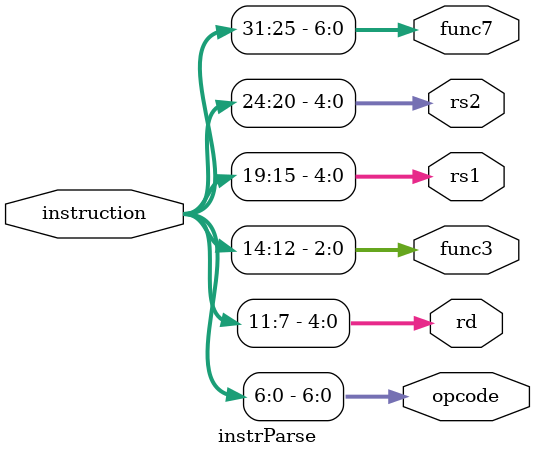
<source format=v>
`timescale 1ns / 1ps

module instrParse(
    input [31:0] instruction, 
    output reg [6:0] opcode,
    output reg [4:0] rd,    
    output reg [2:0] func3, 
    output reg [4:0] rs1, 
    output reg [4:0] rs2, 
    output reg [6:0] func7); 
    

always @(instruction) begin
    opcode <= instruction [6:0];
    rd <= instruction [11:7];
    func3 <= instruction [14:12];
    rs1 <= instruction [19:15];
    rs2 <= instruction [24:20];
    func7 <= instruction [31:25];
end
endmodule


</source>
